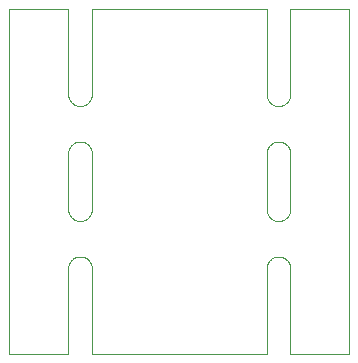
<source format=gbr>
%TF.GenerationSoftware,KiCad,Pcbnew,7.0.9*%
%TF.CreationDate,2024-04-04T21:50:02+13:00*%
%TF.ProjectId,panel,70616e65-6c2e-46b6-9963-61645f706362,rev?*%
%TF.SameCoordinates,Original*%
%TF.FileFunction,Profile,NP*%
%FSLAX46Y46*%
G04 Gerber Fmt 4.6, Leading zero omitted, Abs format (unit mm)*
G04 Created by KiCad (PCBNEW 7.0.9) date 2024-04-04 21:50:02*
%MOMM*%
%LPD*%
G01*
G04 APERTURE LIST*
%TA.AperFunction,Profile*%
%ADD10C,0.100000*%
%TD*%
G04 APERTURE END LIST*
D10*
X140981921Y-37438063D02*
X140957728Y-37480769D01*
X141098795Y-37015735D02*
X141095184Y-37064684D01*
X156192892Y-27940440D02*
X156159048Y-27904892D01*
X156704908Y-40985881D02*
X156753268Y-40977490D01*
X156228440Y-37707618D02*
X156192892Y-37673773D01*
X157913272Y-49200000D02*
X162888727Y-49200000D01*
X157415103Y-41108937D02*
X157456570Y-41135196D01*
X140342980Y-31263302D02*
X140390285Y-31276392D01*
X156704908Y-37947451D02*
X156657019Y-37936697D01*
X155958455Y-27570223D02*
X155943059Y-27523618D01*
X156563109Y-41025122D02*
X156609714Y-41009726D01*
X139391892Y-31526226D02*
X139427440Y-31492381D01*
X139128968Y-37209647D02*
X139118214Y-37161757D01*
X157496699Y-37769874D02*
X157456570Y-37798136D01*
X139195010Y-27660888D02*
X139175120Y-27616017D01*
X156704908Y-28214118D02*
X156657019Y-28203364D01*
X139099000Y-49187727D02*
X139099000Y-41966665D01*
X139295792Y-27829033D02*
X139267530Y-27788904D01*
X141098795Y-41917598D02*
X141100000Y-41966665D01*
X139100204Y-37015735D02*
X139099000Y-36966667D01*
X157047731Y-40977490D02*
X157096091Y-40985881D01*
X141100000Y-32233332D02*
X141100000Y-36966667D01*
X156428602Y-28115254D02*
X156385896Y-28091062D01*
X157608107Y-27940440D02*
X157572559Y-27974284D01*
X156159048Y-27904892D02*
X156126989Y-27867726D01*
X157857940Y-27523618D02*
X157842544Y-27570223D01*
X139098999Y-20012272D02*
X139098705Y-20000295D01*
X156265606Y-41193655D02*
X156304300Y-41163458D01*
X140098999Y-31233333D02*
X140100000Y-31233333D01*
X139109823Y-27380064D02*
X139103815Y-27331351D01*
X139325989Y-31598939D02*
X139358048Y-31561774D01*
X139195010Y-41539111D02*
X139217078Y-41495269D01*
X156096792Y-41370966D02*
X156126989Y-41332273D01*
X141070031Y-37209647D02*
X141056940Y-37256952D01*
X140571397Y-41084745D02*
X140614103Y-41108937D01*
X156126989Y-27867726D02*
X156096792Y-27829033D01*
X157372397Y-37848588D02*
X157328555Y-37870656D01*
X157758728Y-37480769D02*
X157732469Y-37522237D01*
X140771559Y-37707618D02*
X140734393Y-37739677D01*
X156801981Y-28228518D02*
X156753268Y-28222509D01*
X162901000Y-49187727D02*
X162901000Y-20012272D01*
X140000981Y-37961851D02*
X139952268Y-37955843D01*
X139241271Y-31719230D02*
X139267530Y-31677762D01*
X140482684Y-31309453D02*
X140527555Y-31329343D01*
X140931469Y-31677762D02*
X140957728Y-31719230D01*
X156192892Y-31526226D02*
X156228440Y-31492381D01*
X141003989Y-41539111D02*
X141023879Y-41583982D01*
X155943059Y-41676381D02*
X155958455Y-41629776D01*
X139086727Y-49199999D02*
X139098704Y-49199705D01*
X156704908Y-31252548D02*
X156753268Y-31244156D01*
X140295091Y-40985881D02*
X140342980Y-40996635D01*
X140342980Y-40996635D02*
X140390285Y-41009726D01*
X141098795Y-32184264D02*
X141100000Y-32233332D01*
X156753268Y-28222509D02*
X156704908Y-28214118D01*
X156018078Y-41495269D02*
X156042271Y-41452563D01*
X139099000Y-32233332D02*
X139100204Y-32184264D01*
X156950068Y-28232128D02*
X156901000Y-28233333D01*
X157881785Y-37161757D02*
X157871031Y-37209647D01*
X139241271Y-27747436D02*
X139217078Y-27704730D01*
X156068530Y-37522237D02*
X156042271Y-37480769D01*
X156265606Y-31460322D02*
X156304300Y-31430125D01*
X156609714Y-37923607D02*
X156563109Y-37908210D01*
X157191285Y-31276392D02*
X157237890Y-31291789D01*
X157857940Y-37256952D02*
X157842544Y-37303557D01*
X156950068Y-31234537D02*
X156999018Y-31238148D01*
X157782921Y-27704730D02*
X157758728Y-27747436D01*
X139503300Y-37769874D02*
X139464606Y-37739677D01*
X139358048Y-41295107D02*
X139391892Y-41259559D01*
X157674010Y-27867726D02*
X157641951Y-27904892D01*
X140957728Y-37480769D02*
X140931469Y-37522237D01*
X157372397Y-28115254D02*
X157328555Y-28137322D01*
X157890176Y-37113397D02*
X157881785Y-37161757D01*
X141112272Y-49200000D02*
X155887727Y-49200000D01*
X155900000Y-36966667D02*
X155900000Y-32233332D01*
X157842544Y-37303557D02*
X157824879Y-37349350D01*
X140390285Y-28190273D02*
X140342980Y-28203364D01*
X156801981Y-40971481D02*
X156850931Y-40967871D01*
X155899704Y-20000294D02*
X155887727Y-20000000D01*
X139503300Y-28036541D02*
X139464606Y-28006344D01*
X156159048Y-37638225D02*
X156126989Y-37601060D01*
X157899795Y-37015735D02*
X157896184Y-37064684D01*
X140098999Y-28233333D02*
X140049931Y-28232128D01*
X156096792Y-37562366D02*
X156068530Y-37522237D01*
X156096792Y-27829033D02*
X156068530Y-27788904D01*
X156068530Y-31677762D02*
X156096792Y-31637633D01*
X139100204Y-32184264D02*
X139103815Y-32135315D01*
X139103815Y-32135315D02*
X139109823Y-32086602D01*
X140695699Y-41163458D02*
X140734393Y-41193655D01*
X139808714Y-28190273D02*
X139762109Y-28174877D01*
X140903207Y-37562366D02*
X140873010Y-37601060D01*
X140436890Y-28174877D02*
X140390285Y-28190273D01*
X156901000Y-31233333D02*
X156950068Y-31234537D01*
X157572559Y-31492381D02*
X157608107Y-31526226D01*
X139100204Y-41917598D02*
X139103815Y-41868648D01*
X157732469Y-37522237D02*
X157704207Y-37562366D01*
X156344429Y-31401863D02*
X156385896Y-31375604D01*
X157899795Y-27282401D02*
X157896184Y-27331351D01*
X140049931Y-31234537D02*
X140098999Y-31233333D01*
X139267530Y-31677762D02*
X139295792Y-31637633D01*
X155976120Y-31850649D02*
X155996010Y-31805777D01*
X139267530Y-37522237D02*
X139241271Y-37480769D01*
X140198018Y-28228518D02*
X140149068Y-28232128D01*
X141098795Y-27282401D02*
X141095184Y-27331351D01*
X155958455Y-31896442D02*
X155976120Y-31850649D01*
X134099000Y-20012272D02*
X134099000Y-49187727D01*
X156901000Y-37966666D02*
X156899999Y-37966666D01*
X156385896Y-37824395D02*
X156344429Y-37798136D01*
X140903207Y-27829033D02*
X140873010Y-27867726D01*
X139128968Y-31990352D02*
X139142059Y-31943047D01*
X140771559Y-27974284D02*
X140734393Y-28006344D01*
X157191285Y-28190273D02*
X157143980Y-28203364D01*
X157704207Y-37562366D02*
X157674010Y-37601060D01*
X139142059Y-31943047D02*
X139157455Y-31896442D01*
X139103815Y-37064684D02*
X139100204Y-37015735D01*
X155958455Y-41629776D02*
X155976120Y-41583982D01*
X155929968Y-41723685D02*
X155943059Y-41676381D01*
X139217078Y-41495269D02*
X139241271Y-41452563D01*
X155900000Y-41966665D02*
X155901204Y-41917598D01*
X134099294Y-20000295D02*
X134099000Y-20012272D01*
X139716315Y-28157212D02*
X139671444Y-28137322D01*
X141003989Y-37394222D02*
X140981921Y-37438063D01*
X157704207Y-27829033D02*
X157674010Y-27867726D01*
X139584896Y-28091062D02*
X139543429Y-28064803D01*
X141100000Y-36966667D02*
X141098795Y-37015735D01*
X157804989Y-41539111D02*
X157824879Y-41583982D01*
X157804989Y-37394222D02*
X157782921Y-37438063D01*
X155929968Y-37209647D02*
X155919214Y-37161757D01*
X157096091Y-28214118D02*
X157047731Y-28222509D01*
X155910823Y-37113397D02*
X155904815Y-37064684D01*
X157674010Y-31598939D02*
X157704207Y-31637633D01*
X140734393Y-31460322D02*
X140771559Y-31492381D01*
X156517315Y-31309453D02*
X156563109Y-31291789D01*
X140100000Y-31233333D02*
X140149068Y-31234537D01*
X155976120Y-37349350D02*
X155958455Y-37303557D01*
X140000981Y-28228518D02*
X139952268Y-28222509D01*
X155929968Y-27476314D02*
X155919214Y-27428424D01*
X141089176Y-41819935D02*
X141095184Y-41868648D01*
X157047731Y-28222509D02*
X156999018Y-28228518D01*
X141095184Y-41868648D02*
X141098795Y-41917598D01*
X140807107Y-27940440D02*
X140771559Y-27974284D01*
X157328555Y-41062677D02*
X157372397Y-41084745D01*
X157842544Y-27570223D02*
X157824879Y-27616017D01*
X156018078Y-31761936D02*
X156042271Y-31719230D01*
X156344429Y-28064803D02*
X156304300Y-28036541D01*
X157283684Y-37890546D02*
X157237890Y-37908210D01*
X157901000Y-32233332D02*
X157901000Y-36966667D01*
X157328555Y-28137322D02*
X157283684Y-28157212D01*
X140149068Y-40967871D02*
X140198018Y-40971481D01*
X155919214Y-37161757D02*
X155910823Y-37113397D01*
X157896184Y-41868648D02*
X157899795Y-41917598D01*
X157881785Y-32038242D02*
X157890176Y-32086602D01*
X156801981Y-31238148D02*
X156850931Y-31234537D01*
X157456570Y-28064803D02*
X157415103Y-28091062D01*
X140390285Y-37923607D02*
X140342980Y-37936697D01*
X139217078Y-31761936D02*
X139241271Y-31719230D01*
X157047731Y-31244156D02*
X157096091Y-31252548D01*
X139358048Y-37638225D02*
X139325989Y-37601060D01*
X157782921Y-41495269D02*
X157804989Y-41539111D01*
X139856019Y-31263302D02*
X139903908Y-31252548D01*
X139543429Y-28064803D02*
X139503300Y-28036541D01*
X139157455Y-41629776D02*
X139175120Y-41583982D01*
X140390285Y-31276392D02*
X140436890Y-31291789D01*
X139118214Y-41771575D02*
X139128968Y-41723685D01*
X155919214Y-32038242D02*
X155929968Y-31990352D01*
X156304300Y-28036541D02*
X156265606Y-28006344D01*
X156753268Y-31244156D02*
X156801981Y-31238148D01*
X156192892Y-41259559D02*
X156228440Y-41225715D01*
X139543429Y-37798136D02*
X139503300Y-37769874D01*
X140614103Y-31375604D02*
X140655570Y-31401863D01*
X156068530Y-41411095D02*
X156096792Y-41370966D01*
X139175120Y-37349350D02*
X139157455Y-37303557D01*
X140100000Y-37966666D02*
X140098999Y-37966666D01*
X139391892Y-41259559D02*
X139427440Y-41225715D01*
X156950068Y-40967871D02*
X156999018Y-40971481D01*
X139627602Y-28115254D02*
X139584896Y-28091062D01*
X139098704Y-20000294D02*
X139086727Y-20000000D01*
X155887727Y-49199999D02*
X155899704Y-49199705D01*
X139267530Y-27788904D02*
X139241271Y-27747436D01*
X141089176Y-27380064D02*
X141080785Y-27428424D01*
X156999018Y-28228518D02*
X156950068Y-28232128D01*
X155996010Y-37394222D02*
X155976120Y-37349350D01*
X140931469Y-41411095D02*
X140957728Y-41452563D01*
X155910823Y-27380064D02*
X155904815Y-27331351D01*
X156126989Y-41332273D02*
X156159048Y-41295107D01*
X139856019Y-37936697D02*
X139808714Y-37923607D01*
X141041544Y-41629776D02*
X141056940Y-41676381D01*
X155976120Y-41583982D02*
X155996010Y-41539111D01*
X140695699Y-28036541D02*
X140655570Y-28064803D01*
X140840951Y-27904892D02*
X140807107Y-27940440D01*
X139762109Y-37908210D02*
X139716315Y-37890546D01*
X157496699Y-31430125D02*
X157535393Y-31460322D01*
X139543429Y-41135196D02*
X139584896Y-41108937D01*
X139762109Y-31291789D02*
X139808714Y-31276392D01*
X141112272Y-20000000D02*
X141100295Y-20000294D01*
X140482684Y-41042787D02*
X140527555Y-41062677D01*
X157758728Y-31719230D02*
X157782921Y-31761936D01*
X140246731Y-28222509D02*
X140198018Y-28228518D01*
X140807107Y-31526226D02*
X140840951Y-31561774D01*
X139762109Y-28174877D02*
X139716315Y-28157212D01*
X157283684Y-31309453D02*
X157328555Y-31329343D01*
X141041544Y-27570223D02*
X141023879Y-27616017D01*
X155901204Y-37015735D02*
X155900000Y-36966667D01*
X157674010Y-41332273D02*
X157704207Y-41370966D01*
X141056940Y-27523618D02*
X141041544Y-27570223D01*
X156517315Y-28157212D02*
X156472444Y-28137322D01*
X156304300Y-31430125D02*
X156344429Y-31401863D01*
X156428602Y-31351411D02*
X156472444Y-31329343D01*
X156609714Y-28190273D02*
X156563109Y-28174877D01*
X140873010Y-37601060D02*
X140840951Y-37638225D01*
X157871031Y-41723685D02*
X157881785Y-41771575D01*
X139175120Y-31850649D02*
X139195010Y-31805777D01*
X156472444Y-41062677D02*
X156517315Y-41042787D01*
X139903908Y-40985881D02*
X139952268Y-40977490D01*
X156950068Y-37965462D02*
X156901000Y-37966666D01*
X157901000Y-49187727D02*
X157901294Y-49199704D01*
X141070031Y-31990352D02*
X141080785Y-32038242D01*
X139427440Y-41225715D02*
X139464606Y-41193655D01*
X156657019Y-28203364D02*
X156609714Y-28190273D01*
X141056940Y-41676381D02*
X141070031Y-41723685D01*
X139142059Y-37256952D02*
X139128968Y-37209647D01*
X156228440Y-27974284D02*
X156192892Y-27940440D01*
X157901295Y-49199705D02*
X157913272Y-49199999D01*
X155910823Y-32086602D02*
X155919214Y-32038242D01*
X140390285Y-41009726D02*
X140436890Y-41025122D01*
X140957728Y-31719230D02*
X140981921Y-31761936D01*
X156304300Y-41163458D02*
X156344429Y-41135196D01*
X157143980Y-37936697D02*
X157096091Y-37947451D01*
X140100000Y-28233333D02*
X140098999Y-28233333D01*
X139217078Y-37438063D02*
X139195010Y-37394222D01*
X141023879Y-31850649D02*
X141041544Y-31896442D01*
X156304300Y-37769874D02*
X156265606Y-37739677D01*
X141100000Y-27233334D02*
X141098795Y-27282401D01*
X140527555Y-31329343D02*
X140571397Y-31351411D01*
X157890176Y-27380064D02*
X157881785Y-27428424D01*
X140198018Y-40971481D02*
X140246731Y-40977490D01*
X139267530Y-41411095D02*
X139295792Y-41370966D01*
X140655570Y-31401863D02*
X140695699Y-31430125D01*
X156563109Y-37908210D02*
X156517315Y-37890546D01*
X156228440Y-31492381D02*
X156265606Y-31460322D01*
X139716315Y-41042787D02*
X139762109Y-41025122D01*
X155976120Y-27616017D02*
X155958455Y-27570223D01*
X139716315Y-31309453D02*
X139762109Y-31291789D01*
X157824879Y-31850649D02*
X157842544Y-31896442D01*
X140100000Y-40966666D02*
X140149068Y-40967871D01*
X141041544Y-31896442D02*
X141056940Y-31943047D01*
X139109823Y-37113397D02*
X139103815Y-37064684D01*
X157842544Y-31896442D02*
X157857940Y-31943047D01*
X156657019Y-31263302D02*
X156704908Y-31252548D01*
X157782921Y-37438063D02*
X157758728Y-37480769D01*
X157804989Y-27660888D02*
X157782921Y-27704730D01*
X157641951Y-37638225D02*
X157608107Y-37673773D01*
X139427440Y-37707618D02*
X139391892Y-37673773D01*
X156517315Y-37890546D02*
X156472444Y-37870656D01*
X140807107Y-41259559D02*
X140840951Y-41295107D01*
X140342980Y-37936697D02*
X140295091Y-37947451D01*
X139952268Y-37955843D02*
X139903908Y-37947451D01*
X156042271Y-31719230D02*
X156068530Y-31677762D01*
X157896184Y-32135315D02*
X157899795Y-32184264D01*
X155958455Y-37303557D02*
X155943059Y-37256952D01*
X140000981Y-40971481D02*
X140049931Y-40967871D01*
X134099295Y-49199705D02*
X134111272Y-49199999D01*
X139100204Y-27282401D02*
X139099000Y-27233334D01*
X140931469Y-27788904D02*
X140903207Y-27829033D01*
X139464606Y-37739677D02*
X139427440Y-37707618D01*
X157328555Y-31329343D02*
X157372397Y-31351411D01*
X155910823Y-41819935D02*
X155919214Y-41771575D01*
X157901000Y-20012272D02*
X157901000Y-27233334D01*
X139195010Y-31805777D02*
X139217078Y-31761936D01*
X155900000Y-32233332D02*
X155901204Y-32184264D01*
X157758728Y-27747436D02*
X157732469Y-27788904D01*
X139295792Y-31637633D02*
X139325989Y-31598939D01*
X156999018Y-37961851D02*
X156950068Y-37965462D01*
X139086727Y-20000000D02*
X134111272Y-20000000D01*
X139584896Y-37824395D02*
X139543429Y-37798136D01*
X157732469Y-27788904D02*
X157704207Y-27829033D01*
X157899795Y-32184264D02*
X157901000Y-32233332D01*
X156042271Y-41452563D02*
X156068530Y-41411095D01*
X157372397Y-31351411D02*
X157415103Y-31375604D01*
X156563109Y-28174877D02*
X156517315Y-28157212D01*
X157871031Y-37209647D02*
X157857940Y-37256952D01*
X139358048Y-31561774D02*
X139391892Y-31526226D01*
X140734393Y-37739677D02*
X140695699Y-37769874D01*
X141095184Y-37064684D02*
X141089176Y-37113397D01*
X155899705Y-49199704D02*
X155899999Y-49187727D01*
X162888727Y-49199999D02*
X162900704Y-49199705D01*
X157143980Y-40996635D02*
X157191285Y-41009726D01*
X156850931Y-28232128D02*
X156801981Y-28228518D01*
X140873010Y-41332273D02*
X140903207Y-41370966D01*
X140295091Y-31252548D02*
X140342980Y-31263302D01*
X156517315Y-41042787D02*
X156563109Y-41025122D01*
X139325989Y-27867726D02*
X139295792Y-27829033D01*
X157535393Y-28006344D02*
X157496699Y-28036541D01*
X140614103Y-37824395D02*
X140571397Y-37848588D01*
X140655570Y-37798136D02*
X140614103Y-37824395D01*
X139716315Y-37890546D02*
X139671444Y-37870656D01*
X141023879Y-37349350D02*
X141003989Y-37394222D01*
X139157455Y-27570223D02*
X139142059Y-27523618D01*
X156228440Y-41225715D02*
X156265606Y-41193655D01*
X156657019Y-37936697D02*
X156609714Y-37923607D01*
X139217078Y-27704730D02*
X139195010Y-27660888D01*
X140246731Y-37955843D02*
X140198018Y-37961851D01*
X139099000Y-41966665D02*
X139100204Y-41917598D01*
X155887727Y-20000000D02*
X141112272Y-20000000D01*
X156385896Y-31375604D02*
X156428602Y-31351411D01*
X139099000Y-27233334D02*
X139099000Y-20012272D01*
X157890176Y-41819935D02*
X157896184Y-41868648D01*
X140695699Y-37769874D02*
X140655570Y-37798136D01*
X157842544Y-41629776D02*
X157857940Y-41676381D01*
X139808714Y-31276392D02*
X139856019Y-31263302D01*
X157608107Y-37673773D02*
X157572559Y-37707618D01*
X156657019Y-40996635D02*
X156704908Y-40985881D01*
X156428602Y-41084745D02*
X156472444Y-41062677D01*
X139464606Y-31460322D02*
X139503300Y-31430125D01*
X140049931Y-37965462D02*
X140000981Y-37961851D01*
X140571397Y-31351411D02*
X140614103Y-31375604D01*
X156042271Y-37480769D02*
X156018078Y-37438063D01*
X140840951Y-37638225D02*
X140807107Y-37673773D01*
X140436890Y-37908210D02*
X140390285Y-37923607D01*
X156609714Y-41009726D02*
X156657019Y-40996635D01*
X141080785Y-32038242D02*
X141089176Y-32086602D01*
X156563109Y-31291789D02*
X156609714Y-31276392D01*
X139671444Y-41062677D02*
X139716315Y-41042787D01*
X157804989Y-31805777D02*
X157824879Y-31850649D01*
X156899999Y-37966666D02*
X156850931Y-37965462D01*
X157901294Y-20000295D02*
X157901000Y-20012272D01*
X139903908Y-28214118D02*
X139856019Y-28203364D01*
X139175120Y-41583982D02*
X139195010Y-41539111D01*
X156753268Y-40977490D02*
X156801981Y-40971481D01*
X157237890Y-41025122D02*
X157283684Y-41042787D01*
X155901204Y-27282401D02*
X155900000Y-27233334D01*
X162900705Y-49199704D02*
X162900999Y-49187727D01*
X139325989Y-37601060D02*
X139295792Y-37562366D01*
X139325989Y-41332273D02*
X139358048Y-41295107D01*
X141056940Y-37256952D02*
X141041544Y-37303557D01*
X139109823Y-41819935D02*
X139118214Y-41771575D01*
X157899795Y-41917598D02*
X157901000Y-41966665D01*
X141100000Y-20012272D02*
X141100000Y-27233334D01*
X156126989Y-37601060D02*
X156096792Y-37562366D01*
X139543429Y-31401863D02*
X139584896Y-31375604D01*
X157901000Y-36966667D02*
X157899795Y-37015735D01*
X139295792Y-41370966D02*
X139325989Y-41332273D01*
X141100000Y-41966665D02*
X141100000Y-49187727D01*
X157415103Y-37824395D02*
X157372397Y-37848588D01*
X157572559Y-37707618D02*
X157535393Y-37739677D01*
X156385896Y-28091062D02*
X156344429Y-28064803D01*
X140198018Y-31238148D02*
X140246731Y-31244156D01*
X139808714Y-37923607D02*
X139762109Y-37908210D01*
X156126989Y-31598939D02*
X156159048Y-31561774D01*
X155996010Y-27660888D02*
X155976120Y-27616017D01*
X140614103Y-28091062D02*
X140571397Y-28115254D01*
X156850931Y-37965462D02*
X156801981Y-37961851D01*
X156428602Y-37848588D02*
X156385896Y-37824395D01*
X140527555Y-28137322D02*
X140482684Y-28157212D01*
X140246731Y-40977490D02*
X140295091Y-40985881D01*
X155900000Y-49187727D02*
X155900000Y-41966665D01*
X134099000Y-49187727D02*
X134099294Y-49199704D01*
X156018078Y-37438063D02*
X155996010Y-37394222D01*
X141100294Y-20000295D02*
X141100000Y-20012272D01*
X155904815Y-27331351D02*
X155901204Y-27282401D01*
X139671444Y-31329343D02*
X139716315Y-31309453D01*
X156899999Y-28233333D02*
X156850931Y-28232128D01*
X155943059Y-37256952D02*
X155929968Y-37209647D01*
X140149068Y-31234537D02*
X140198018Y-31238148D01*
X155929968Y-31990352D02*
X155943059Y-31943047D01*
X157641951Y-31561774D02*
X157674010Y-31598939D01*
X156850931Y-31234537D02*
X156899999Y-31233333D01*
X139903908Y-31252548D02*
X139952268Y-31244156D01*
X141080785Y-41771575D02*
X141089176Y-41819935D01*
X157704207Y-31637633D02*
X157732469Y-31677762D01*
X157782921Y-31761936D02*
X157804989Y-31805777D01*
X141003989Y-27660888D02*
X140981921Y-27704730D01*
X155919214Y-27428424D02*
X155910823Y-27380064D01*
X139671444Y-28137322D02*
X139627602Y-28115254D01*
X139856019Y-28203364D02*
X139808714Y-28190273D01*
X157496699Y-41163458D02*
X157535393Y-41193655D01*
X140295091Y-28214118D02*
X140246731Y-28222509D01*
X157824879Y-37349350D02*
X157804989Y-37394222D01*
X157857940Y-41676381D02*
X157871031Y-41723685D01*
X139903908Y-37947451D02*
X139856019Y-37936697D01*
X140695699Y-31430125D02*
X140734393Y-31460322D01*
X157283684Y-41042787D02*
X157328555Y-41062677D01*
X156801981Y-37961851D02*
X156753268Y-37955843D01*
X140873010Y-27867726D02*
X140840951Y-27904892D01*
X157881785Y-27428424D02*
X157871031Y-27476314D01*
X156192892Y-37673773D02*
X156159048Y-37638225D01*
X141100000Y-49187727D02*
X141100294Y-49199704D01*
X139671444Y-37870656D02*
X139627602Y-37848588D01*
X157824879Y-27616017D02*
X157804989Y-27660888D01*
X140049931Y-28232128D02*
X140000981Y-28228518D01*
X157913272Y-20000000D02*
X157901295Y-20000294D01*
X139952268Y-40977490D02*
X140000981Y-40971481D01*
X157237890Y-37908210D02*
X157191285Y-37923607D01*
X140840951Y-31561774D02*
X140873010Y-31598939D01*
X157535393Y-41193655D02*
X157572559Y-41225715D01*
X139391892Y-27940440D02*
X139358048Y-27904892D01*
X156999018Y-31238148D02*
X157047731Y-31244156D01*
X157096091Y-31252548D02*
X157143980Y-31263302D01*
X157456570Y-37798136D02*
X157415103Y-37824395D01*
X157372397Y-41084745D02*
X157415103Y-41108937D01*
X156999018Y-40971481D02*
X157047731Y-40977490D01*
X139098705Y-49199704D02*
X139098999Y-49187727D01*
X140903207Y-41370966D02*
X140931469Y-41411095D01*
X139627602Y-41084745D02*
X139671444Y-41062677D01*
X157572559Y-41225715D02*
X157608107Y-41259559D01*
X157608107Y-41259559D02*
X157641951Y-41295107D01*
X140436890Y-41025122D02*
X140482684Y-41042787D01*
X156385896Y-41108937D02*
X156428602Y-41084745D01*
X139503300Y-31430125D02*
X139543429Y-31401863D01*
X156159048Y-41295107D02*
X156192892Y-41259559D01*
X139118214Y-32038242D02*
X139128968Y-31990352D01*
X140734393Y-28006344D02*
X140695699Y-28036541D01*
X157674010Y-37601060D02*
X157641951Y-37638225D01*
X156344429Y-37798136D02*
X156304300Y-37769874D01*
X139241271Y-37480769D02*
X139217078Y-37438063D01*
X140957728Y-41452563D02*
X140981921Y-41495269D01*
X155904815Y-37064684D02*
X155901204Y-37015735D01*
X156472444Y-37870656D02*
X156428602Y-37848588D01*
X157608107Y-31526226D02*
X157641951Y-31561774D01*
X162900704Y-20000294D02*
X162888727Y-20000000D01*
X139157455Y-31896442D02*
X139175120Y-31850649D01*
X140771559Y-41225715D02*
X140807107Y-41259559D01*
X157824879Y-41583982D02*
X157842544Y-41629776D01*
X134111272Y-49200000D02*
X139086727Y-49200000D01*
X141023879Y-27616017D02*
X141003989Y-27660888D01*
X139157455Y-37303557D02*
X139142059Y-37256952D01*
X140098999Y-37966666D02*
X140049931Y-37965462D01*
X139109823Y-32086602D02*
X139118214Y-32038242D01*
X141089176Y-32086602D02*
X141095184Y-32135315D01*
X139427440Y-27974284D02*
X139391892Y-27940440D01*
X157415103Y-28091062D02*
X157372397Y-28115254D01*
X139808714Y-41009726D02*
X139856019Y-40996635D01*
X140342980Y-28203364D02*
X140295091Y-28214118D01*
X157143980Y-31263302D02*
X157191285Y-31276392D01*
X155899999Y-20012272D02*
X155899705Y-20000295D01*
X139762109Y-41025122D02*
X139808714Y-41009726D01*
X140149068Y-28232128D02*
X140100000Y-28233333D01*
X157871031Y-31990352D02*
X157881785Y-32038242D01*
X156472444Y-28137322D02*
X156428602Y-28115254D01*
X140246731Y-31244156D02*
X140295091Y-31252548D01*
X156850931Y-40967871D02*
X156899999Y-40966666D01*
X157901000Y-27233334D02*
X157899795Y-27282401D01*
X140840951Y-41295107D02*
X140873010Y-41332273D01*
X157456570Y-41135196D02*
X157496699Y-41163458D01*
X157191285Y-37923607D02*
X157143980Y-37936697D01*
X140571397Y-37848588D02*
X140527555Y-37870656D01*
X156042271Y-27747436D02*
X156018078Y-27704730D01*
X156472444Y-31329343D02*
X156517315Y-31309453D01*
X139241271Y-41452563D02*
X139267530Y-41411095D01*
X155904815Y-41868648D02*
X155910823Y-41819935D01*
X139195010Y-37394222D02*
X139175120Y-37349350D01*
X140655570Y-28064803D02*
X140614103Y-28091062D01*
X140771559Y-31492381D02*
X140807107Y-31526226D01*
X139128968Y-41723685D02*
X139142059Y-41676381D01*
X140436890Y-31291789D02*
X140482684Y-31309453D01*
X156159048Y-31561774D02*
X156192892Y-31526226D01*
X157143980Y-28203364D02*
X157096091Y-28214118D01*
X140734393Y-41193655D02*
X140771559Y-41225715D01*
X155919214Y-41771575D02*
X155929968Y-41723685D01*
X157237890Y-31291789D02*
X157283684Y-31309453D01*
X139627602Y-37848588D02*
X139584896Y-37824395D01*
X157871031Y-27476314D02*
X157857940Y-27523618D01*
X140614103Y-41108937D02*
X140655570Y-41135196D01*
X141056940Y-31943047D02*
X141070031Y-31990352D01*
X155943059Y-27523618D02*
X155929968Y-27476314D01*
X139464606Y-41193655D02*
X139503300Y-41163458D01*
X139856019Y-40996635D02*
X139903908Y-40985881D01*
X141003989Y-31805777D02*
X141023879Y-31850649D01*
X134111272Y-20000000D02*
X134099295Y-20000294D01*
X156018078Y-27704730D02*
X155996010Y-27660888D01*
X140149068Y-37965462D02*
X140100000Y-37966666D01*
X156344429Y-41135196D02*
X156385896Y-41108937D01*
X139118214Y-27428424D02*
X139109823Y-27380064D01*
X139584896Y-41108937D02*
X139627602Y-41084745D01*
X155904815Y-32135315D02*
X155910823Y-32086602D01*
X155996010Y-41539111D02*
X156018078Y-41495269D01*
X157328555Y-37870656D02*
X157283684Y-37890546D01*
X155943059Y-31943047D02*
X155958455Y-31896442D01*
X157881785Y-41771575D02*
X157890176Y-41819935D01*
X139584896Y-31375604D02*
X139627602Y-31351411D01*
X141041544Y-37303557D02*
X141023879Y-37349350D01*
X140981921Y-31761936D02*
X141003989Y-31805777D01*
X139952268Y-28222509D02*
X139903908Y-28214118D01*
X157732469Y-31677762D02*
X157758728Y-31719230D01*
X156609714Y-31276392D02*
X156657019Y-31263302D01*
X140655570Y-41135196D02*
X140695699Y-41163458D01*
X139627602Y-31351411D02*
X139671444Y-31329343D01*
X157096091Y-40985881D02*
X157143980Y-40996635D01*
X162900999Y-20012272D02*
X162900705Y-20000295D01*
X162888727Y-20000000D02*
X157913272Y-20000000D01*
X139391892Y-37673773D02*
X139358048Y-37638225D01*
X141100295Y-49199705D02*
X141112272Y-49199999D01*
X157641951Y-41295107D02*
X157674010Y-41332273D01*
X157572559Y-27974284D02*
X157535393Y-28006344D01*
X141023879Y-41583982D02*
X141041544Y-41629776D01*
X140098999Y-40966666D02*
X140100000Y-40966666D01*
X140295091Y-37947451D02*
X140246731Y-37955843D01*
X157191285Y-41009726D02*
X157237890Y-41025122D01*
X140981921Y-41495269D02*
X141003989Y-41539111D01*
X157496699Y-28036541D02*
X157456570Y-28064803D01*
X141095184Y-32135315D02*
X141098795Y-32184264D01*
X157704207Y-41370966D02*
X157732469Y-41411095D01*
X155996010Y-31805777D02*
X156018078Y-31761936D01*
X157096091Y-37947451D02*
X157047731Y-37955843D01*
X140981921Y-27704730D02*
X140957728Y-27747436D01*
X157732469Y-41411095D02*
X157758728Y-41452563D01*
X139142059Y-27523618D02*
X139128968Y-27476314D01*
X139952268Y-31244156D02*
X140000981Y-31238148D01*
X157641951Y-27904892D02*
X157608107Y-27940440D01*
X139464606Y-28006344D02*
X139427440Y-27974284D01*
X141070031Y-27476314D02*
X141056940Y-27523618D01*
X139175120Y-27616017D02*
X139157455Y-27570223D01*
X139427440Y-31492381D02*
X139464606Y-31460322D01*
X140807107Y-37673773D02*
X140771559Y-37707618D01*
X139099000Y-36966667D02*
X139099000Y-32233332D01*
X139118214Y-37161757D02*
X139109823Y-37113397D01*
X156265606Y-37739677D02*
X156228440Y-37707618D01*
X139128968Y-27476314D02*
X139118214Y-27428424D01*
X140903207Y-31637633D02*
X140931469Y-31677762D01*
X155901204Y-41917598D02*
X155904815Y-41868648D01*
X140873010Y-31598939D02*
X140903207Y-31637633D01*
X157456570Y-31401863D02*
X157496699Y-31430125D01*
X140000981Y-31238148D02*
X140049931Y-31234537D01*
X157047731Y-37955843D02*
X156999018Y-37961851D01*
X157896184Y-37064684D02*
X157890176Y-37113397D01*
X156901000Y-40966666D02*
X156950068Y-40967871D01*
X140931469Y-37522237D02*
X140903207Y-37562366D01*
X140957728Y-27747436D02*
X140931469Y-27788904D01*
X140482684Y-28157212D02*
X140436890Y-28174877D01*
X157283684Y-28157212D02*
X157237890Y-28174877D01*
X157896184Y-27331351D02*
X157890176Y-27380064D01*
X157890176Y-32086602D02*
X157896184Y-32135315D01*
X156899999Y-40966666D02*
X156901000Y-40966666D01*
X140482684Y-37890546D02*
X140436890Y-37908210D01*
X141089176Y-37113397D02*
X141080785Y-37161757D01*
X157415103Y-31375604D02*
X157456570Y-31401863D01*
X156096792Y-31637633D02*
X156126989Y-31598939D01*
X156753268Y-37955843D02*
X156704908Y-37947451D01*
X139503300Y-41163458D02*
X139543429Y-41135196D01*
X139358048Y-27904892D02*
X139325989Y-27867726D01*
X139103815Y-41868648D02*
X139109823Y-41819935D01*
X139142059Y-41676381D02*
X139157455Y-41629776D01*
X140571397Y-28115254D02*
X140527555Y-28137322D01*
X157901000Y-41966665D02*
X157901000Y-49187727D01*
X156901000Y-28233333D02*
X156899999Y-28233333D01*
X157237890Y-28174877D02*
X157191285Y-28190273D01*
X157857940Y-31943047D02*
X157871031Y-31990352D01*
X139295792Y-37562366D02*
X139267530Y-37522237D01*
X140527555Y-41062677D02*
X140571397Y-41084745D01*
X157535393Y-31460322D02*
X157572559Y-31492381D01*
X141095184Y-27331351D02*
X141089176Y-27380064D01*
X157758728Y-41452563D02*
X157782921Y-41495269D01*
X140049931Y-40967871D02*
X140098999Y-40966666D01*
X140527555Y-37870656D02*
X140482684Y-37890546D01*
X140198018Y-37961851D02*
X140149068Y-37965462D01*
X141070031Y-41723685D02*
X141080785Y-41771575D01*
X157535393Y-37739677D02*
X157496699Y-37769874D01*
X155901204Y-32184264D02*
X155904815Y-32135315D01*
X156265606Y-28006344D02*
X156228440Y-27974284D01*
X155900000Y-27233334D02*
X155900000Y-20012272D01*
X139103815Y-27331351D02*
X139100204Y-27282401D01*
X156068530Y-27788904D02*
X156042271Y-27747436D01*
X156899999Y-31233333D02*
X156901000Y-31233333D01*
X141080785Y-27428424D02*
X141070031Y-27476314D01*
X141080785Y-37161757D02*
X141070031Y-37209647D01*
M02*

</source>
